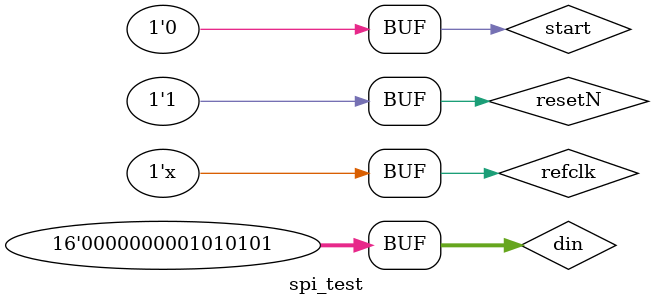
<source format=sv>

module spi_test ();

logic refclk, resetN, start;
logic miso, mosi, sclk;
logic [15:0] din;

spi_master spi (	.clk(refclk), .reset_n(resetN),
					.start(start), .data_in(din),
					.MOSI(mosi), .SCLK(sclk));
	
	initial begin
		refclk = 1'b0;
		resetN = 1'b0;		// put in reset mode
		start = 1'b0;   	// ready to enable
		#3;
		resetN = 1'b1;
		#3;
		
		// toggle start signal
		din = 8'h0404;
		start = 1'b1;
		#2;
		start = 1'b0;
		// wait for transfer to complete
		#40;
		
		// new data and toggle start signal
		din = 8'h00FF;
		start = 1'b1;
        #2;
        start = 1'b0;
        // wait for transfer to complete
        #40;
                
        // new data and toggle start signal
        din = 8'hAA55;
        start = 1'b1;
        #2;
        start = 1'b0;
        // wait for transfer to complete
        #40;
        

                
	end
	
	
	
	always #1 refclk = ~refclk;

endmodule


</source>
